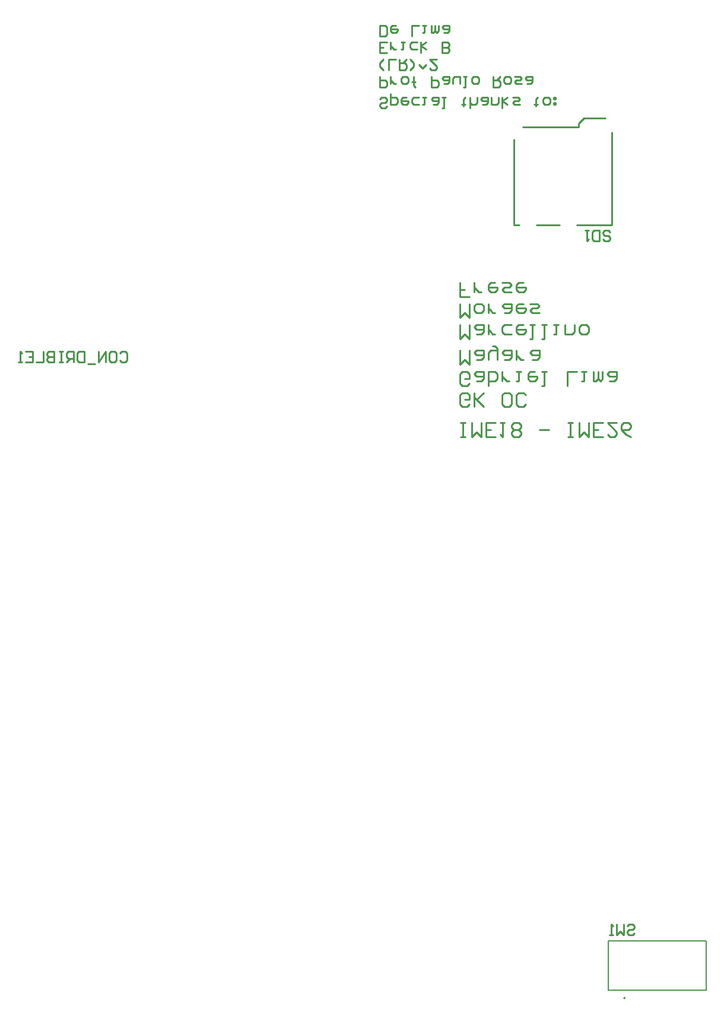
<source format=gbo>
G04*
G04 #@! TF.GenerationSoftware,Altium Limited,Altium Designer,20.1.11 (218)*
G04*
G04 Layer_Color=32896*
%FSLAX25Y25*%
%MOIN*%
G70*
G04*
G04 #@! TF.SameCoordinates,DC62774E-AE12-477B-97F5-19A81F94617E*
G04*
G04*
G04 #@! TF.FilePolarity,Positive*
G04*
G01*
G75*
%ADD11C,0.01000*%
%ADD14C,0.00787*%
D11*
X10433Y211221D02*
Y213189D01*
X13386Y216142D01*
X25197D01*
X-25984Y156102D02*
X-23031D01*
X-13189D02*
X-394D01*
X9449D02*
X29134D01*
X-21063Y211221D02*
X10433D01*
X-25984Y156102D02*
Y204331D01*
X29134Y156102D02*
Y208268D01*
X-56087Y37222D02*
X-53463D01*
X-54775D01*
Y45094D01*
X-56087D01*
X-53463D01*
X-49527D02*
Y37222D01*
X-46903Y39846D01*
X-44279Y37222D01*
Y45094D01*
X-36408Y37222D02*
X-41656D01*
Y45094D01*
X-36408D01*
X-41656Y41158D02*
X-39032D01*
X-33784Y45094D02*
X-31160D01*
X-32472D01*
Y37222D01*
X-33784Y38534D01*
X-27224D02*
X-25913Y37222D01*
X-23289D01*
X-21977Y38534D01*
Y39846D01*
X-23289Y41158D01*
X-21977Y42470D01*
Y43782D01*
X-23289Y45094D01*
X-25913D01*
X-27224Y43782D01*
Y42470D01*
X-25913Y41158D01*
X-27224Y39846D01*
Y38534D01*
X-25913Y41158D02*
X-23289D01*
X-11482D02*
X-6234D01*
X4261Y37222D02*
X6885D01*
X5573D01*
Y45094D01*
X4261D01*
X6885D01*
X10821D02*
Y37222D01*
X13445Y39846D01*
X16069Y37222D01*
Y45094D01*
X23940Y37222D02*
X18692D01*
Y45094D01*
X23940D01*
X18692Y41158D02*
X21316D01*
X31812Y45094D02*
X26564D01*
X31812Y39846D01*
Y38534D01*
X30500Y37222D01*
X27876D01*
X26564Y38534D01*
X39683Y37222D02*
X37059Y38534D01*
X34435Y41158D01*
Y43782D01*
X35747Y45094D01*
X38371D01*
X39683Y43782D01*
Y42470D01*
X38371Y41158D01*
X34435D01*
X-50937Y55489D02*
X-52249Y54177D01*
X-54873D01*
X-56185Y55489D01*
Y60737D01*
X-54873Y62049D01*
X-52249D01*
X-50937Y60737D01*
Y58113D01*
X-53561D01*
X-48314Y54177D02*
Y62049D01*
Y59425D01*
X-43066Y54177D01*
X-47002Y58113D01*
X-43066Y62049D01*
X-28635Y54177D02*
X-31259D01*
X-32571Y55489D01*
Y60737D01*
X-31259Y62049D01*
X-28635D01*
X-27323Y60737D01*
Y55489D01*
X-28635Y54177D01*
X-19452Y55489D02*
X-20763Y54177D01*
X-23387D01*
X-24699Y55489D01*
Y60737D01*
X-23387Y62049D01*
X-20763D01*
X-19452Y60737D01*
X-50937Y67335D02*
X-52249Y66023D01*
X-54873D01*
X-56185Y67335D01*
Y72583D01*
X-54873Y73895D01*
X-52249D01*
X-50937Y72583D01*
Y69959D01*
X-53561D01*
X-47002Y68647D02*
X-44378D01*
X-43066Y69959D01*
Y73895D01*
X-47002D01*
X-48314Y72583D01*
X-47002Y71271D01*
X-43066D01*
X-40442Y66023D02*
Y73895D01*
X-36506D01*
X-35194Y72583D01*
Y71271D01*
Y69959D01*
X-36506Y68647D01*
X-40442D01*
X-32571D02*
Y73895D01*
Y71271D01*
X-31259Y69959D01*
X-29947Y68647D01*
X-28635D01*
X-24699Y73895D02*
X-22075D01*
X-23387D01*
Y68647D01*
X-24699D01*
X-14204Y73895D02*
X-16828D01*
X-18140Y72583D01*
Y69959D01*
X-16828Y68647D01*
X-14204D01*
X-12892Y69959D01*
Y71271D01*
X-18140D01*
X-10268Y73895D02*
X-7644D01*
X-8956D01*
Y66023D01*
X-10268D01*
X4163D02*
Y73895D01*
X9411D01*
X12034D02*
X14658D01*
X13346D01*
Y68647D01*
X12034D01*
X18594Y73895D02*
Y68647D01*
X19906D01*
X21218Y69959D01*
Y73895D01*
Y69959D01*
X22530Y68647D01*
X23842Y69959D01*
Y73895D01*
X27777Y68647D02*
X30401D01*
X31713Y69959D01*
Y73895D01*
X27777D01*
X26465Y72583D01*
X27777Y71271D01*
X31713D01*
X-56185Y85740D02*
Y77869D01*
X-53561Y80493D01*
X-50937Y77869D01*
Y85740D01*
X-47002Y80493D02*
X-44378D01*
X-43066Y81805D01*
Y85740D01*
X-47002D01*
X-48314Y84429D01*
X-47002Y83117D01*
X-43066D01*
X-40442Y80493D02*
Y84429D01*
X-39130Y85740D01*
X-35194D01*
Y87052D01*
X-36506Y88364D01*
X-37818D01*
X-35194Y85740D02*
Y80493D01*
X-31259D02*
X-28635D01*
X-27323Y81805D01*
Y85740D01*
X-31259D01*
X-32571Y84429D01*
X-31259Y83117D01*
X-27323D01*
X-24699Y80493D02*
Y85740D01*
Y83117D01*
X-23387Y81805D01*
X-22075Y80493D01*
X-20763D01*
X-15516D02*
X-12892D01*
X-11580Y81805D01*
Y85740D01*
X-15516D01*
X-16828Y84429D01*
X-15516Y83117D01*
X-11580D01*
X-56185Y100210D02*
Y92339D01*
X-53561Y94962D01*
X-50937Y92339D01*
Y100210D01*
X-47002Y94962D02*
X-44378D01*
X-43066Y96274D01*
Y100210D01*
X-47002D01*
X-48314Y98898D01*
X-47002Y97586D01*
X-43066D01*
X-40442Y94962D02*
Y100210D01*
Y97586D01*
X-39130Y96274D01*
X-37818Y94962D01*
X-36506D01*
X-27323D02*
X-31259D01*
X-32571Y96274D01*
Y98898D01*
X-31259Y100210D01*
X-27323D01*
X-20763D02*
X-23387D01*
X-24699Y98898D01*
Y96274D01*
X-23387Y94962D01*
X-20763D01*
X-19452Y96274D01*
Y97586D01*
X-24699D01*
X-16828Y100210D02*
X-14204D01*
X-15516D01*
Y92339D01*
X-16828D01*
X-10268Y100210D02*
X-7644D01*
X-8956D01*
Y92339D01*
X-10268D01*
X-3709Y100210D02*
X-1085D01*
X-2397D01*
Y94962D01*
X-3709D01*
X2851Y100210D02*
Y94962D01*
X6787D01*
X8099Y96274D01*
Y100210D01*
X12034D02*
X14658D01*
X15970Y98898D01*
Y96274D01*
X14658Y94962D01*
X12034D01*
X10723Y96274D01*
Y98898D01*
X12034Y100210D01*
X-56185Y112056D02*
Y104184D01*
X-53561Y106808D01*
X-50937Y104184D01*
Y112056D01*
X-47002D02*
X-44378D01*
X-43066Y110744D01*
Y108120D01*
X-44378Y106808D01*
X-47002D01*
X-48314Y108120D01*
Y110744D01*
X-47002Y112056D01*
X-40442Y106808D02*
Y112056D01*
Y109432D01*
X-39130Y108120D01*
X-37818Y106808D01*
X-36506D01*
X-31259D02*
X-28635D01*
X-27323Y108120D01*
Y112056D01*
X-31259D01*
X-32571Y110744D01*
X-31259Y109432D01*
X-27323D01*
X-20763Y112056D02*
X-23387D01*
X-24699Y110744D01*
Y108120D01*
X-23387Y106808D01*
X-20763D01*
X-19452Y108120D01*
Y109432D01*
X-24699D01*
X-16828Y112056D02*
X-12892D01*
X-11580Y110744D01*
X-12892Y109432D01*
X-15516D01*
X-16828Y108120D01*
X-15516Y106808D01*
X-11580D01*
X-50937Y116030D02*
X-56185D01*
Y119966D01*
X-53561D01*
X-56185D01*
Y123902D01*
X-48314Y118654D02*
Y123902D01*
Y121278D01*
X-47002Y119966D01*
X-45690Y118654D01*
X-44378D01*
X-36506Y123902D02*
X-39130D01*
X-40442Y122590D01*
Y119966D01*
X-39130Y118654D01*
X-36506D01*
X-35194Y119966D01*
Y121278D01*
X-40442D01*
X-32571Y123902D02*
X-28635D01*
X-27323Y122590D01*
X-28635Y121278D01*
X-31259D01*
X-32571Y119966D01*
X-31259Y118654D01*
X-27323D01*
X-20763Y123902D02*
X-23387D01*
X-24699Y122590D01*
Y119966D01*
X-23387Y118654D01*
X-20763D01*
X-19452Y119966D01*
Y121278D01*
X-24699D01*
X-97462Y223001D02*
X-98462Y222002D01*
X-100461D01*
X-101461Y223001D01*
Y224001D01*
X-100461Y225001D01*
X-98462D01*
X-97462Y226000D01*
Y227000D01*
X-98462Y228000D01*
X-100461D01*
X-101461Y227000D01*
X-95463Y229999D02*
Y224001D01*
X-92463D01*
X-91464Y225001D01*
Y227000D01*
X-92463Y228000D01*
X-95463D01*
X-86466D02*
X-88465D01*
X-89464Y227000D01*
Y225001D01*
X-88465Y224001D01*
X-86466D01*
X-85466Y225001D01*
Y226000D01*
X-89464D01*
X-79468Y224001D02*
X-82467D01*
X-83466Y225001D01*
Y227000D01*
X-82467Y228000D01*
X-79468D01*
X-77468D02*
X-75469D01*
X-76469D01*
Y224001D01*
X-77468D01*
X-71470D02*
X-69471D01*
X-68471Y225001D01*
Y228000D01*
X-71470D01*
X-72470Y227000D01*
X-71470Y226000D01*
X-68471D01*
X-66472Y228000D02*
X-64473D01*
X-65472D01*
Y222002D01*
X-66472D01*
X-54476Y223001D02*
Y224001D01*
X-55475D01*
X-53476D01*
X-54476D01*
Y227000D01*
X-53476Y228000D01*
X-50477Y222002D02*
Y228000D01*
Y225001D01*
X-49477Y224001D01*
X-47478D01*
X-46478Y225001D01*
Y228000D01*
X-43479Y224001D02*
X-41480D01*
X-40480Y225001D01*
Y228000D01*
X-43479D01*
X-44479Y227000D01*
X-43479Y226000D01*
X-40480D01*
X-38481Y228000D02*
Y224001D01*
X-35482D01*
X-34482Y225001D01*
Y228000D01*
X-32483D02*
Y222002D01*
Y226000D02*
X-29484Y224001D01*
X-32483Y226000D02*
X-29484Y228000D01*
X-26485D02*
X-23486D01*
X-22486Y227000D01*
X-23486Y226000D01*
X-25485D01*
X-26485Y225001D01*
X-25485Y224001D01*
X-22486D01*
X-13489Y223001D02*
Y224001D01*
X-14489D01*
X-12489D01*
X-13489D01*
Y227000D01*
X-12489Y228000D01*
X-8491D02*
X-6491D01*
X-5492Y227000D01*
Y225001D01*
X-6491Y224001D01*
X-8491D01*
X-9490Y225001D01*
Y227000D01*
X-8491Y228000D01*
X-3492Y224001D02*
X-2493D01*
Y225001D01*
X-3492D01*
Y224001D01*
Y227000D02*
X-2493D01*
Y228000D01*
X-3492D01*
Y227000D01*
X-101461Y239597D02*
Y233599D01*
X-98462D01*
X-97462Y234598D01*
Y236598D01*
X-98462Y237597D01*
X-101461D01*
X-95463Y235598D02*
Y239597D01*
Y237597D01*
X-94463Y236598D01*
X-93463Y235598D01*
X-92463D01*
X-88465Y239597D02*
X-86466D01*
X-85466Y238597D01*
Y236598D01*
X-86466Y235598D01*
X-88465D01*
X-89464Y236598D01*
Y238597D01*
X-88465Y239597D01*
X-82467D02*
Y234598D01*
Y236598D01*
X-83466D01*
X-81467D01*
X-82467D01*
Y234598D01*
X-81467Y233599D01*
X-72470Y239597D02*
Y233599D01*
X-69471D01*
X-68471Y234598D01*
Y236598D01*
X-69471Y237597D01*
X-72470D01*
X-65472Y235598D02*
X-63473D01*
X-62473Y236598D01*
Y239597D01*
X-65472D01*
X-66472Y238597D01*
X-65472Y237597D01*
X-62473D01*
X-60474Y235598D02*
Y238597D01*
X-59474Y239597D01*
X-56475D01*
Y235598D01*
X-54476Y239597D02*
X-52477D01*
X-53476D01*
Y233599D01*
X-54476D01*
X-48478Y239597D02*
X-46478D01*
X-45479Y238597D01*
Y236598D01*
X-46478Y235598D01*
X-48478D01*
X-49477Y236598D01*
Y238597D01*
X-48478Y239597D01*
X-37481D02*
Y233599D01*
X-34482D01*
X-33483Y234598D01*
Y236598D01*
X-34482Y237597D01*
X-37481D01*
X-35482D02*
X-33483Y239597D01*
X-30484D02*
X-28484D01*
X-27485Y238597D01*
Y236598D01*
X-28484Y235598D01*
X-30484D01*
X-31483Y236598D01*
Y238597D01*
X-30484Y239597D01*
X-25485D02*
X-22486D01*
X-21486Y238597D01*
X-22486Y237597D01*
X-24486D01*
X-25485Y236598D01*
X-24486Y235598D01*
X-21486D01*
X-18487D02*
X-16488D01*
X-15488Y236598D01*
Y239597D01*
X-18487D01*
X-19487Y238597D01*
X-18487Y237597D01*
X-15488D01*
X-99461Y249194D02*
X-101461Y247195D01*
Y245196D01*
X-99461Y243196D01*
X-96462D02*
Y249194D01*
X-92463D01*
X-90464D02*
Y243196D01*
X-87465D01*
X-86466Y244196D01*
Y246195D01*
X-87465Y247195D01*
X-90464D01*
X-88465D02*
X-86466Y249194D01*
X-84466D02*
X-82467Y247195D01*
Y245196D01*
X-84466Y243196D01*
X-79468Y246195D02*
X-77468Y244196D01*
X-75469Y246195D01*
X-69471Y249194D02*
X-73470D01*
X-69471Y245196D01*
Y244196D01*
X-70471Y243196D01*
X-72470D01*
X-73470Y244196D01*
X-97462Y252794D02*
X-101461D01*
Y258792D01*
X-97462D01*
X-101461Y255793D02*
X-99461D01*
X-95463Y254793D02*
Y258792D01*
Y256793D01*
X-94463Y255793D01*
X-93463Y254793D01*
X-92463D01*
X-89464Y258792D02*
X-87465D01*
X-88465D01*
Y254793D01*
X-89464D01*
X-80467D02*
X-83466D01*
X-84466Y255793D01*
Y257792D01*
X-83466Y258792D01*
X-80467D01*
X-78468D02*
Y252794D01*
Y256793D02*
X-75469Y254793D01*
X-78468Y256793D02*
X-75469Y258792D01*
X-66472Y252794D02*
Y258792D01*
X-63473D01*
X-62473Y257792D01*
Y256793D01*
X-63473Y255793D01*
X-66472D01*
X-63473D01*
X-62473Y254793D01*
Y253794D01*
X-63473Y252794D01*
X-66472D01*
X-101461Y262392D02*
Y268390D01*
X-98462D01*
X-97462Y267390D01*
Y263391D01*
X-98462Y262392D01*
X-101461D01*
X-92463Y268390D02*
X-94463D01*
X-95463Y267390D01*
Y265391D01*
X-94463Y264391D01*
X-92463D01*
X-91464Y265391D01*
Y266390D01*
X-95463D01*
X-83466Y262392D02*
Y268390D01*
X-79468D01*
X-77468D02*
X-75469D01*
X-76469D01*
Y264391D01*
X-77468D01*
X-72470Y268390D02*
Y264391D01*
X-71470D01*
X-70471Y265391D01*
Y268390D01*
Y265391D01*
X-69471Y264391D01*
X-68471Y265391D01*
Y268390D01*
X-65472Y264391D02*
X-63473D01*
X-62473Y265391D01*
Y268390D01*
X-65472D01*
X-66472Y267390D01*
X-65472Y266390D01*
X-62473D01*
X37546Y-237366D02*
X38546Y-236367D01*
X40545D01*
X41545Y-237366D01*
Y-238366D01*
X40545Y-239366D01*
X38546D01*
X37546Y-240365D01*
Y-241365D01*
X38546Y-242365D01*
X40545D01*
X41545Y-241365D01*
X35547Y-236367D02*
Y-242365D01*
X33547Y-240365D01*
X31548Y-242365D01*
Y-236367D01*
X29549Y-242365D02*
X27549D01*
X28549D01*
Y-236367D01*
X29549Y-237366D01*
X24049Y148071D02*
X25048Y147071D01*
X27048D01*
X28047Y148071D01*
Y149070D01*
X27048Y150070D01*
X25048D01*
X24049Y151070D01*
Y152069D01*
X25048Y153069D01*
X27048D01*
X28047Y152069D01*
X22049Y147071D02*
Y153069D01*
X19050D01*
X18051Y152069D01*
Y148071D01*
X19050Y147071D01*
X22049D01*
X16051Y153069D02*
X14052D01*
X15052D01*
Y147071D01*
X16051Y148071D01*
X-247473Y84127D02*
X-246474Y85127D01*
X-244474D01*
X-243475Y84127D01*
Y80128D01*
X-244474Y79129D01*
X-246474D01*
X-247473Y80128D01*
X-252472Y85127D02*
X-250472D01*
X-249473Y84127D01*
Y80128D01*
X-250472Y79129D01*
X-252472D01*
X-253471Y80128D01*
Y84127D01*
X-252472Y85127D01*
X-255471Y79129D02*
Y85127D01*
X-259469Y79129D01*
Y85127D01*
X-261469Y78129D02*
X-265467D01*
X-267467Y85127D02*
Y79129D01*
X-270466D01*
X-271465Y80128D01*
Y84127D01*
X-270466Y85127D01*
X-267467D01*
X-273465Y79129D02*
Y85127D01*
X-276464D01*
X-277464Y84127D01*
Y82128D01*
X-276464Y81128D01*
X-273465D01*
X-275464D02*
X-277464Y79129D01*
X-279463Y85127D02*
X-281462D01*
X-280463D01*
Y79129D01*
X-279463D01*
X-281462D01*
X-284461Y85127D02*
Y79129D01*
X-287460D01*
X-288460Y80128D01*
Y81128D01*
X-287460Y82128D01*
X-284461D01*
X-287460D01*
X-288460Y83127D01*
Y84127D01*
X-287460Y85127D01*
X-284461D01*
X-290459D02*
Y79129D01*
X-294458D01*
X-300456Y85127D02*
X-296457D01*
Y79129D01*
X-300456D01*
X-296457Y82128D02*
X-298457D01*
X-302455Y79129D02*
X-304455D01*
X-303455D01*
Y85127D01*
X-302455Y84127D01*
D14*
X36575Y-277870D02*
G03*
X36575Y-277870I-484J0D01*
G01*
X26969Y-273327D02*
X82087D01*
Y-245768D01*
X26969D02*
X82087D01*
X26969Y-273327D02*
Y-245768D01*
M02*

</source>
